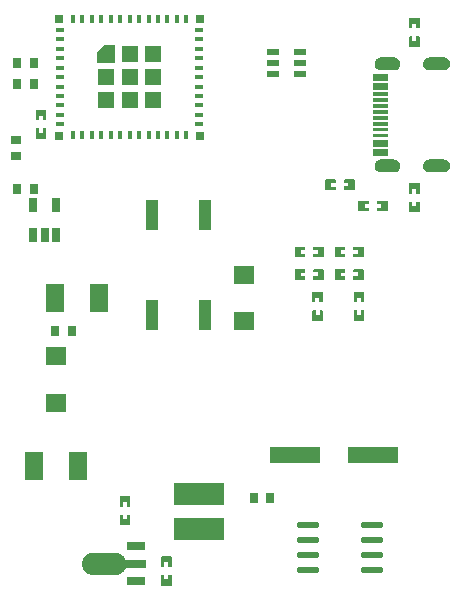
<source format=gtp>
G04 Layer: TopPasteMaskLayer*
G04 EasyEDA v6.5.50, 2025-07-26 22:56:47*
G04 19dcf52f1c7e4662a813e58eb1d4b948,5db155e37078497989a25cdeaf243bf5,10*
G04 Gerber Generator version 0.2*
G04 Scale: 100 percent, Rotated: No, Reflected: No *
G04 Dimensions in millimeters *
G04 leading zeros omitted , absolute positions ,4 integer and 5 decimal *
%FSLAX45Y45*%
%MOMM*%

%AMMACRO1*21,1,$1,$2,0,0,$3*%
%AMMACRO2*4,1,5,-0.725,0.125,-0.125,0.725,0.725,0.725,0.725,-0.725,-0.725,-0.725,-0.725,0.125,0*%
%ADD10R,4.2000X1.4000*%
%ADD11R,0.8000X0.9000*%
%ADD12R,1.6800X1.5200*%
%ADD13R,1.0720X0.5320*%
%ADD14R,4.2000X1.9500*%
%ADD15MACRO1,0.672X1.575X90.0000*%
%ADD16R,0.8000X0.4000*%
%ADD17R,0.4000X0.8000*%
%ADD18R,0.7000X0.7000*%
%ADD19MACRO2*%
%ADD20R,1.4500X1.4500*%
%ADD21O,1.950212X0.5684012*%
%ADD22MACRO1,0.6223X1.1049X0.0000*%
%ADD23MACRO1,2.376X1.5063X-90.0000*%
%ADD24MACRO1,2.376X1.5063X90.0000*%
%ADD25R,0.9000X0.8000*%
%ADD26R,1.1000X2.5000*%
%ADD27R,0.0189X2.5000*%

%LPD*%
G36*
X2730500Y4564989D02*
G01*
X2725470Y4560011D01*
X2725470Y4480001D01*
X2730500Y4474972D01*
X2810510Y4474972D01*
X2815488Y4480001D01*
X2815488Y4502810D01*
X2778506Y4502810D01*
X2778506Y4535779D01*
X2815488Y4535779D01*
X2815488Y4560011D01*
X2810510Y4564989D01*
G37*
G36*
X2889504Y4564989D02*
G01*
X2884474Y4560011D01*
X2884474Y4537202D01*
X2921508Y4537202D01*
X2921508Y4504182D01*
X2884474Y4504182D01*
X2884474Y4480001D01*
X2889504Y4474972D01*
X2969514Y4474972D01*
X2974492Y4480001D01*
X2974492Y4560011D01*
X2969514Y4564989D01*
G37*
G36*
X3169513Y4385005D02*
G01*
X3164484Y4379976D01*
X3164484Y4357217D01*
X3201517Y4357217D01*
X3201517Y4324197D01*
X3164484Y4324197D01*
X3164484Y4299966D01*
X3169513Y4294987D01*
X3249472Y4294987D01*
X3254502Y4299966D01*
X3254502Y4379976D01*
X3249472Y4385005D01*
G37*
G36*
X3010509Y4385005D02*
G01*
X3005480Y4379976D01*
X3005480Y4300016D01*
X3010509Y4294987D01*
X3090468Y4294987D01*
X3095498Y4300016D01*
X3095498Y4322775D01*
X3058515Y4322775D01*
X3058515Y4355795D01*
X3095498Y4355795D01*
X3095498Y4379976D01*
X3090468Y4385005D01*
G37*
G36*
X989990Y1725472D02*
G01*
X985012Y1720494D01*
X985012Y1640484D01*
X989990Y1635506D01*
X1070000Y1635506D01*
X1074978Y1640484D01*
X1074978Y1720494D01*
X1070000Y1725472D01*
X1047191Y1725472D01*
X1047191Y1688490D01*
X1014221Y1688490D01*
X1014221Y1725472D01*
G37*
G36*
X989990Y1884476D02*
G01*
X985012Y1879498D01*
X985012Y1799488D01*
X989990Y1794510D01*
X1012799Y1794510D01*
X1012799Y1831492D01*
X1045819Y1831492D01*
X1045819Y1794510D01*
X1070000Y1794510D01*
X1074978Y1799488D01*
X1074978Y1879498D01*
X1070000Y1884476D01*
G37*
G36*
X1340002Y1374495D02*
G01*
X1335024Y1369517D01*
X1335024Y1289507D01*
X1340002Y1284478D01*
X1362811Y1284478D01*
X1362811Y1321511D01*
X1395780Y1321511D01*
X1395780Y1284478D01*
X1420012Y1284478D01*
X1424990Y1289507D01*
X1424990Y1369517D01*
X1420012Y1374495D01*
G37*
G36*
X1340002Y1215491D02*
G01*
X1334973Y1210513D01*
X1334973Y1130503D01*
X1340002Y1125474D01*
X1420012Y1125474D01*
X1424990Y1130503D01*
X1424990Y1210513D01*
X1420012Y1215491D01*
X1397203Y1215491D01*
X1397203Y1178509D01*
X1364183Y1178509D01*
X1364183Y1215491D01*
G37*
G36*
X3439972Y4534509D02*
G01*
X3434994Y4529480D01*
X3434994Y4449470D01*
X3439972Y4444492D01*
X3462782Y4444492D01*
X3462782Y4481474D01*
X3495801Y4481474D01*
X3495801Y4444492D01*
X3519982Y4444492D01*
X3525012Y4449470D01*
X3525012Y4529480D01*
X3519982Y4534509D01*
G37*
G36*
X3439972Y4375505D02*
G01*
X3434994Y4370476D01*
X3434994Y4290466D01*
X3439972Y4285488D01*
X3519982Y4285488D01*
X3525012Y4290466D01*
X3525012Y4370476D01*
X3519982Y4375505D01*
X3497173Y4375505D01*
X3497173Y4338472D01*
X3464204Y4338472D01*
X3464204Y4375505D01*
G37*
G36*
X3439972Y5934506D02*
G01*
X3434994Y5929477D01*
X3434994Y5849467D01*
X3439972Y5844489D01*
X3462782Y5844489D01*
X3462782Y5881471D01*
X3495801Y5881471D01*
X3495801Y5844489D01*
X3519982Y5844489D01*
X3525012Y5849467D01*
X3525012Y5929477D01*
X3519982Y5934506D01*
G37*
G36*
X3439972Y5775502D02*
G01*
X3434994Y5770473D01*
X3434994Y5690463D01*
X3439972Y5685485D01*
X3519982Y5685485D01*
X3525012Y5690463D01*
X3525012Y5770473D01*
X3519982Y5775502D01*
X3497173Y5775502D01*
X3497173Y5738469D01*
X3464204Y5738469D01*
X3464204Y5775502D01*
G37*
G36*
X3131870Y5379974D02*
G01*
X3131870Y5319979D01*
X3252876Y5319979D01*
X3252876Y5379974D01*
G37*
G36*
X3131870Y5249926D02*
G01*
X3131870Y5219954D01*
X3252876Y5219954D01*
X3252876Y5249926D01*
G37*
G36*
X3131870Y5299964D02*
G01*
X3131870Y5269992D01*
X3252876Y5269992D01*
X3252876Y5299964D01*
G37*
G36*
X3131870Y5199989D02*
G01*
X3131870Y5169966D01*
X3252876Y5169966D01*
X3252876Y5199989D01*
G37*
G36*
X3131870Y4899964D02*
G01*
X3131870Y4839970D01*
X3252876Y4839970D01*
X3252876Y4899964D01*
G37*
G36*
X3131870Y4949952D02*
G01*
X3131870Y4919980D01*
X3252876Y4919980D01*
X3252876Y4949952D01*
G37*
G36*
X3131870Y5149951D02*
G01*
X3131870Y5119979D01*
X3252876Y5119979D01*
X3252876Y5149951D01*
G37*
G36*
X3131870Y4999990D02*
G01*
X3131870Y4969967D01*
X3252876Y4969967D01*
X3252876Y4999990D01*
G37*
G36*
X3131870Y4819954D02*
G01*
X3131870Y4759960D01*
X3252876Y4759960D01*
X3252876Y4819954D01*
G37*
G36*
X3131870Y5049977D02*
G01*
X3131870Y5019954D01*
X3252876Y5019954D01*
X3252876Y5049977D01*
G37*
G36*
X3131870Y5099964D02*
G01*
X3131870Y5069992D01*
X3252876Y5069992D01*
X3252876Y5099964D01*
G37*
G36*
X3131870Y5459984D02*
G01*
X3131870Y5399989D01*
X3252876Y5399989D01*
X3252876Y5459984D01*
G37*
G36*
X3197860Y4732985D02*
G01*
X3192373Y4732731D01*
X3186988Y4731918D01*
X3181654Y4730546D01*
X3176524Y4728667D01*
X3171545Y4726279D01*
X3166872Y4723434D01*
X3162503Y4720132D01*
X3158490Y4716373D01*
X3154883Y4712258D01*
X3151682Y4707839D01*
X3148939Y4703064D01*
X3146653Y4698085D01*
X3144926Y4692904D01*
X3143707Y4687519D01*
X3142996Y4682083D01*
X3142894Y4676597D01*
X3143300Y4671161D01*
X3144266Y4665726D01*
X3145739Y4660493D01*
X3147720Y4655362D01*
X3150209Y4650486D01*
X3153206Y4645863D01*
X3156610Y4641596D01*
X3160471Y4637684D01*
X3164636Y4634128D01*
X3169208Y4631029D01*
X3173984Y4628438D01*
X3179064Y4626305D01*
X3184296Y4624679D01*
X3189681Y4623612D01*
X3195116Y4623054D01*
X3307842Y4623003D01*
X3313328Y4623257D01*
X3318764Y4624070D01*
X3324098Y4625441D01*
X3329228Y4627321D01*
X3334156Y4629708D01*
X3338829Y4632553D01*
X3343198Y4635855D01*
X3347212Y4639564D01*
X3350869Y4643678D01*
X3354070Y4648149D01*
X3356813Y4652873D01*
X3359048Y4657902D01*
X3360826Y4663084D01*
X3362045Y4668418D01*
X3362706Y4673854D01*
X3362858Y4679340D01*
X3362451Y4684826D01*
X3361486Y4690211D01*
X3360013Y4695494D01*
X3357981Y4700625D01*
X3355492Y4705502D01*
X3352546Y4710074D01*
X3349091Y4714392D01*
X3345281Y4718304D01*
X3341065Y4721809D01*
X3336544Y4724908D01*
X3331718Y4727549D01*
X3326688Y4729683D01*
X3321456Y4731308D01*
X3316071Y4732375D01*
X3310585Y4732934D01*
G37*
G36*
X3197860Y5596991D02*
G01*
X3192373Y5596686D01*
X3186988Y5595874D01*
X3181654Y5594502D01*
X3176524Y5592673D01*
X3171545Y5590286D01*
X3166872Y5587390D01*
X3162503Y5584088D01*
X3158490Y5580380D01*
X3154883Y5576265D01*
X3151682Y5571794D01*
X3148939Y5567070D01*
X3146653Y5562041D01*
X3144926Y5556859D01*
X3143707Y5551525D01*
X3142996Y5546090D01*
X3142894Y5540603D01*
X3143300Y5535117D01*
X3144266Y5529732D01*
X3145739Y5524449D01*
X3147720Y5519369D01*
X3150209Y5514492D01*
X3153206Y5509869D01*
X3156610Y5505551D01*
X3160471Y5501640D01*
X3164636Y5498134D01*
X3169208Y5495036D01*
X3173984Y5492394D01*
X3179064Y5490260D01*
X3184296Y5488686D01*
X3189681Y5487568D01*
X3195116Y5487060D01*
X3307842Y5486958D01*
X3313328Y5487263D01*
X3318764Y5488076D01*
X3324098Y5489397D01*
X3329228Y5491276D01*
X3334156Y5493664D01*
X3338829Y5496509D01*
X3343198Y5499811D01*
X3347212Y5503570D01*
X3350869Y5507685D01*
X3354070Y5512104D01*
X3356813Y5516880D01*
X3359048Y5521858D01*
X3360826Y5527090D01*
X3362045Y5532424D01*
X3362706Y5537860D01*
X3362858Y5543346D01*
X3362451Y5548782D01*
X3361486Y5554218D01*
X3360013Y5559501D01*
X3357981Y5564581D01*
X3355492Y5569458D01*
X3352546Y5574080D01*
X3349091Y5578348D01*
X3345281Y5582310D01*
X3341065Y5585815D01*
X3336544Y5588914D01*
X3331718Y5591505D01*
X3326688Y5593638D01*
X3321456Y5595264D01*
X3316071Y5596331D01*
X3310585Y5596890D01*
G37*
G36*
X3607866Y4732985D02*
G01*
X3602380Y4732731D01*
X3596995Y4731918D01*
X3591661Y4730546D01*
X3586530Y4728667D01*
X3581552Y4726279D01*
X3576878Y4723434D01*
X3572510Y4720132D01*
X3568496Y4716373D01*
X3564890Y4712258D01*
X3561689Y4707839D01*
X3558946Y4703064D01*
X3556660Y4698085D01*
X3554933Y4692904D01*
X3553714Y4687519D01*
X3553002Y4682083D01*
X3552901Y4676597D01*
X3553307Y4671161D01*
X3554272Y4665726D01*
X3555746Y4660493D01*
X3557727Y4655362D01*
X3560267Y4650486D01*
X3563213Y4645863D01*
X3566617Y4641596D01*
X3570478Y4637684D01*
X3574643Y4634128D01*
X3579215Y4631029D01*
X3583990Y4628438D01*
X3589070Y4626305D01*
X3594303Y4624679D01*
X3599687Y4623612D01*
X3605123Y4623054D01*
X3727856Y4623003D01*
X3733342Y4623257D01*
X3738778Y4624070D01*
X3744061Y4625441D01*
X3749243Y4627321D01*
X3754170Y4629708D01*
X3758844Y4632553D01*
X3763213Y4635855D01*
X3767226Y4639564D01*
X3770884Y4643678D01*
X3774084Y4648149D01*
X3776827Y4652873D01*
X3779062Y4657902D01*
X3780840Y4663084D01*
X3782060Y4668418D01*
X3782720Y4673854D01*
X3782872Y4679340D01*
X3782466Y4684826D01*
X3781501Y4690211D01*
X3780028Y4695494D01*
X3777996Y4700625D01*
X3775506Y4705502D01*
X3772509Y4710074D01*
X3769106Y4714392D01*
X3765296Y4718304D01*
X3761079Y4721809D01*
X3756558Y4724908D01*
X3751732Y4727549D01*
X3746703Y4729683D01*
X3741470Y4731308D01*
X3736086Y4732375D01*
X3730599Y4732934D01*
G37*
G36*
X3607866Y5596991D02*
G01*
X3602380Y5596737D01*
X3596995Y5595924D01*
X3591661Y5594553D01*
X3586530Y5592673D01*
X3581552Y5590286D01*
X3576878Y5587441D01*
X3572510Y5584139D01*
X3568496Y5580380D01*
X3564890Y5576265D01*
X3561689Y5571845D01*
X3558946Y5567070D01*
X3556660Y5562092D01*
X3554933Y5556910D01*
X3553714Y5551525D01*
X3553002Y5546090D01*
X3552901Y5540603D01*
X3553307Y5535168D01*
X3554272Y5529732D01*
X3555746Y5524449D01*
X3557727Y5519369D01*
X3560267Y5514492D01*
X3563213Y5509869D01*
X3566617Y5505602D01*
X3570478Y5501690D01*
X3574643Y5498134D01*
X3579215Y5495036D01*
X3583990Y5492445D01*
X3589070Y5490311D01*
X3594303Y5488686D01*
X3599687Y5487619D01*
X3605123Y5487060D01*
X3727856Y5487009D01*
X3733342Y5487263D01*
X3738778Y5488076D01*
X3744061Y5489448D01*
X3749243Y5491327D01*
X3754170Y5493664D01*
X3758844Y5496560D01*
X3763213Y5499862D01*
X3767226Y5503570D01*
X3770884Y5507685D01*
X3774084Y5512155D01*
X3776827Y5516880D01*
X3779062Y5521909D01*
X3780840Y5527090D01*
X3782060Y5532424D01*
X3782720Y5537860D01*
X3782872Y5543346D01*
X3782466Y5548833D01*
X3781501Y5554218D01*
X3780028Y5559501D01*
X3777996Y5564632D01*
X3775506Y5569508D01*
X3772509Y5574080D01*
X3769106Y5578398D01*
X3765296Y5582310D01*
X3761079Y5585815D01*
X3756558Y5588914D01*
X3751732Y5591556D01*
X3746703Y5593689D01*
X3741470Y5595315D01*
X3736086Y5596382D01*
X3730599Y5596940D01*
G37*
G36*
X2620010Y3614470D02*
G01*
X2614980Y3609492D01*
X2614980Y3529482D01*
X2620010Y3524504D01*
X2642768Y3524504D01*
X2642768Y3561486D01*
X2675788Y3561486D01*
X2675788Y3524504D01*
X2700020Y3524504D01*
X2704998Y3529482D01*
X2704998Y3609492D01*
X2700020Y3614470D01*
G37*
G36*
X2620010Y3455517D02*
G01*
X2614980Y3450488D01*
X2614980Y3370478D01*
X2620010Y3365500D01*
X2699969Y3365500D01*
X2704998Y3370478D01*
X2704998Y3450488D01*
X2699969Y3455517D01*
X2677210Y3455517D01*
X2677210Y3418484D01*
X2644190Y3418484D01*
X2644190Y3455517D01*
G37*
G36*
X2629509Y3804970D02*
G01*
X2624480Y3799992D01*
X2624480Y3777183D01*
X2661513Y3777183D01*
X2661513Y3744214D01*
X2624480Y3744214D01*
X2624480Y3719982D01*
X2629509Y3715004D01*
X2709519Y3715004D01*
X2714498Y3719982D01*
X2714498Y3799992D01*
X2709519Y3804970D01*
G37*
G36*
X2470505Y3804970D02*
G01*
X2465476Y3799992D01*
X2465476Y3719982D01*
X2470505Y3715004D01*
X2550515Y3715004D01*
X2555494Y3719982D01*
X2555494Y3742791D01*
X2518511Y3742791D01*
X2518511Y3775811D01*
X2555494Y3775811D01*
X2555494Y3799992D01*
X2550515Y3804970D01*
G37*
G36*
X2970022Y3614470D02*
G01*
X2964992Y3609492D01*
X2964992Y3529482D01*
X2970022Y3524504D01*
X2992780Y3524504D01*
X2992780Y3561486D01*
X3025800Y3561486D01*
X3025800Y3524504D01*
X3049981Y3524504D01*
X3055010Y3529482D01*
X3055010Y3609492D01*
X3049981Y3614470D01*
G37*
G36*
X2969971Y3455517D02*
G01*
X2964992Y3450488D01*
X2964992Y3370478D01*
X2969971Y3365500D01*
X3049981Y3365500D01*
X3055010Y3370478D01*
X3055010Y3450488D01*
X3049981Y3455517D01*
X3027172Y3455517D01*
X3027172Y3418484D01*
X2994202Y3418484D01*
X2994202Y3455517D01*
G37*
G36*
X2969514Y3804970D02*
G01*
X2964484Y3799992D01*
X2964484Y3777183D01*
X3001518Y3777183D01*
X3001518Y3744214D01*
X2964484Y3744214D01*
X2964484Y3719982D01*
X2969514Y3715004D01*
X3049473Y3715004D01*
X3054502Y3719982D01*
X3054502Y3799992D01*
X3049473Y3804970D01*
G37*
G36*
X2810510Y3804970D02*
G01*
X2805480Y3799992D01*
X2805480Y3719982D01*
X2810510Y3715004D01*
X2890469Y3715004D01*
X2895498Y3719982D01*
X2895498Y3742791D01*
X2858516Y3742791D01*
X2858516Y3775811D01*
X2895498Y3775811D01*
X2895498Y3799992D01*
X2890469Y3804970D01*
G37*
G36*
X2470505Y3995013D02*
G01*
X2465476Y3989984D01*
X2465476Y3909974D01*
X2470505Y3904996D01*
X2550515Y3904996D01*
X2555494Y3909974D01*
X2555494Y3932783D01*
X2518511Y3932783D01*
X2518511Y3965803D01*
X2555494Y3965803D01*
X2555494Y3989984D01*
X2550515Y3995013D01*
G37*
G36*
X2629509Y3995013D02*
G01*
X2624480Y3989984D01*
X2624480Y3967175D01*
X2661513Y3967175D01*
X2661513Y3934206D01*
X2624480Y3934206D01*
X2624480Y3909974D01*
X2629509Y3904996D01*
X2709519Y3904996D01*
X2714498Y3909974D01*
X2714498Y3989984D01*
X2709519Y3995013D01*
G37*
G36*
X2969514Y3995013D02*
G01*
X2964484Y3989984D01*
X2964484Y3967175D01*
X3001518Y3967175D01*
X3001518Y3934206D01*
X2964484Y3934206D01*
X2964484Y3909974D01*
X2969514Y3904996D01*
X3049473Y3904996D01*
X3054502Y3909974D01*
X3054502Y3989984D01*
X3049473Y3995013D01*
G37*
G36*
X2810510Y3995013D02*
G01*
X2805480Y3989984D01*
X2805480Y3909974D01*
X2810510Y3904996D01*
X2890469Y3904996D01*
X2895498Y3909974D01*
X2895498Y3932783D01*
X2858516Y3932783D01*
X2858516Y3965803D01*
X2895498Y3965803D01*
X2895498Y3989984D01*
X2890469Y3995013D01*
G37*
G36*
X280009Y5154472D02*
G01*
X274980Y5149494D01*
X274980Y5069484D01*
X280009Y5064506D01*
X302818Y5064506D01*
X302818Y5101488D01*
X335788Y5101488D01*
X335788Y5064506D01*
X360019Y5064506D01*
X364998Y5069484D01*
X364998Y5149494D01*
X360019Y5154472D01*
G37*
G36*
X280009Y4995468D02*
G01*
X274980Y4990490D01*
X274980Y4910480D01*
X280009Y4905502D01*
X360019Y4905502D01*
X364998Y4910480D01*
X364998Y4990490D01*
X360019Y4995468D01*
X337210Y4995468D01*
X337210Y4958486D01*
X304190Y4958486D01*
X304190Y4995468D01*
G37*
D10*
G01*
X2473274Y2229993D03*
G01*
X3126714Y2229993D03*
D11*
G01*
X2119985Y1869998D03*
G01*
X2259990Y1869998D03*
G01*
X580009Y3280003D03*
G01*
X440004Y3280003D03*
G01*
X119989Y4480001D03*
G01*
X259994Y4480001D03*
G01*
X119989Y5369991D03*
G01*
X259994Y5369991D03*
G01*
X119989Y5550001D03*
G01*
X259969Y5550001D03*
D12*
G01*
X450011Y2673502D03*
G01*
X450011Y3066491D03*
D13*
G01*
X2514904Y5454980D03*
G01*
X2514904Y5549976D03*
G01*
X2514904Y5644972D03*
G01*
X2285085Y5644972D03*
G01*
X2285085Y5549976D03*
G01*
X2285085Y5454980D03*
D14*
G01*
X1659991Y1602486D03*
G01*
X1659991Y1897506D03*
D15*
G01*
X1125628Y1160010D03*
G01*
X1125628Y1460009D03*
G36*
X947097Y1404980D02*
G01*
X951550Y1404873D01*
X955992Y1404561D01*
X960417Y1404040D01*
X964811Y1403314D01*
X969167Y1402379D01*
X973472Y1401244D01*
X977722Y1399908D01*
X981903Y1398374D01*
X986007Y1396644D01*
X990028Y1394726D01*
X993952Y1392621D01*
X997775Y1390332D01*
X1001486Y1387868D01*
X1005078Y1385234D01*
X1008540Y1382435D01*
X1011869Y1379473D01*
X1015055Y1376362D01*
X1018092Y1373103D01*
X1020973Y1369707D01*
X1023691Y1366179D01*
X1026241Y1362527D01*
X1028616Y1358760D01*
X1030813Y1354884D01*
X1032827Y1350911D01*
X1034651Y1342981D01*
X1204384Y1342981D01*
X1204384Y1276982D01*
X1034651Y1276982D01*
X1032827Y1269047D01*
X1030813Y1265074D01*
X1028616Y1261198D01*
X1026241Y1257432D01*
X1023691Y1253779D01*
X1020973Y1250251D01*
X1018092Y1246855D01*
X1015055Y1243596D01*
X1011869Y1240485D01*
X1008540Y1237523D01*
X1005078Y1234724D01*
X1001486Y1232090D01*
X997775Y1229626D01*
X993952Y1227338D01*
X990028Y1225232D01*
X986007Y1223314D01*
X981903Y1221585D01*
X977722Y1220050D01*
X973472Y1218714D01*
X969167Y1217579D01*
X964811Y1216644D01*
X960417Y1215918D01*
X955992Y1215397D01*
X951550Y1215085D01*
X947097Y1214978D01*
X761677Y1214978D01*
X757224Y1215085D01*
X752782Y1215397D01*
X748357Y1215918D01*
X743963Y1216644D01*
X739607Y1217579D01*
X735302Y1218714D01*
X731052Y1220050D01*
X726871Y1221585D01*
X722767Y1223314D01*
X718746Y1225232D01*
X714822Y1227338D01*
X710999Y1229626D01*
X707288Y1232090D01*
X703696Y1234724D01*
X700234Y1237523D01*
X696904Y1240485D01*
X693719Y1243596D01*
X690681Y1246855D01*
X687801Y1250251D01*
X685083Y1253779D01*
X682533Y1257432D01*
X680158Y1261198D01*
X677961Y1265074D01*
X675947Y1269047D01*
X674123Y1273111D01*
X672490Y1277254D01*
X671055Y1281470D01*
X669818Y1285750D01*
X668784Y1290083D01*
X667953Y1294457D01*
X667329Y1298869D01*
X666912Y1303304D01*
X666704Y1307752D01*
X666704Y1312207D01*
X666912Y1316654D01*
X667329Y1321089D01*
X667953Y1325501D01*
X668784Y1329875D01*
X669818Y1334208D01*
X671055Y1338488D01*
X672490Y1342704D01*
X674123Y1346847D01*
X675947Y1350911D01*
X677961Y1354884D01*
X680158Y1358760D01*
X682533Y1362527D01*
X685083Y1366179D01*
X687801Y1369707D01*
X690681Y1373103D01*
X693719Y1376362D01*
X696904Y1379473D01*
X700234Y1382435D01*
X703696Y1385234D01*
X707288Y1387868D01*
X710999Y1390332D01*
X714822Y1392621D01*
X718746Y1394726D01*
X722767Y1396644D01*
X726871Y1398374D01*
X731052Y1399908D01*
X735302Y1401244D01*
X739607Y1402379D01*
X743963Y1403314D01*
X748357Y1404040D01*
X752782Y1404561D01*
X757224Y1404873D01*
X761677Y1404980D01*
G37*
D16*
G01*
X480009Y5829985D03*
G01*
X480009Y5749975D03*
G01*
X480009Y5669991D03*
G01*
X480009Y5589981D03*
G01*
X480009Y5509996D03*
G01*
X480009Y5429986D03*
G01*
X480009Y5349976D03*
G01*
X480009Y5269992D03*
G01*
X480009Y5189981D03*
G01*
X480009Y5109997D03*
G01*
X480009Y5029987D03*
D17*
G01*
X589991Y4939995D03*
G01*
X670001Y4939995D03*
G01*
X750011Y4939995D03*
G01*
X829995Y4939995D03*
G01*
X910005Y4939995D03*
G01*
X989990Y4939995D03*
G01*
X1070000Y4939995D03*
G01*
X1149985Y4939995D03*
G01*
X1229995Y4939995D03*
G01*
X1310004Y4939995D03*
G01*
X1389989Y4939995D03*
G01*
X1469999Y4939995D03*
G01*
X1550009Y4939995D03*
D16*
G01*
X1659991Y5029987D03*
G01*
X1659991Y5109997D03*
G01*
X1659991Y5189981D03*
G01*
X1659991Y5269992D03*
G01*
X1659991Y5349976D03*
G01*
X1659991Y5429986D03*
G01*
X1659991Y5509996D03*
G01*
X1659991Y5589981D03*
G01*
X1659991Y5669991D03*
G01*
X1659991Y5749975D03*
G01*
X1659991Y5829985D03*
D17*
G01*
X1550009Y5919978D03*
G01*
X1469999Y5919978D03*
G01*
X1389989Y5919978D03*
G01*
X1310004Y5919978D03*
G01*
X1229995Y5919978D03*
G01*
X1149985Y5919978D03*
G01*
X1070000Y5919978D03*
G01*
X989990Y5919978D03*
G01*
X910005Y5919978D03*
G01*
X829995Y5919978D03*
G01*
X750011Y5919978D03*
G01*
X670001Y5919978D03*
G01*
X589991Y5919978D03*
D18*
G01*
X1664995Y5924981D03*
G01*
X1664995Y4934991D03*
G01*
X475005Y4934991D03*
G01*
X475005Y5924981D03*
D19*
G01*
X872484Y5627484D03*
D20*
G01*
X1267485Y5232476D03*
G01*
X1069975Y5232476D03*
G01*
X872489Y5232476D03*
G01*
X872489Y5429986D03*
G01*
X1069975Y5627471D03*
G01*
X1267485Y5627471D03*
G01*
X1267485Y5429986D03*
G01*
X1069975Y5429986D03*
D21*
G01*
X2579497Y1640484D03*
G01*
X2579497Y1513484D03*
G01*
X2579497Y1386484D03*
G01*
X2579497Y1259484D03*
G01*
X3120516Y1640484D03*
G01*
X3120516Y1513484D03*
G01*
X3120516Y1386484D03*
G01*
X3120516Y1259484D03*
D22*
G01*
X444972Y4349993D03*
G01*
X255023Y4349993D03*
G01*
X255021Y4089989D03*
G01*
X349935Y4089989D03*
G01*
X444967Y4089991D03*
D23*
G01*
X433936Y3559992D03*
G01*
X806061Y3559992D03*
D24*
G01*
X636061Y2139995D03*
G01*
X263936Y2139995D03*
D25*
G01*
X110007Y4759985D03*
G01*
X110007Y4899990D03*
D12*
G01*
X2040000Y3756482D03*
G01*
X2040000Y3363493D03*
D26*
G01*
X1705000Y4264990D03*
G01*
X1705000Y3415004D03*
G01*
X1255013Y4264990D03*
G01*
X1255013Y3415004D03*
M02*

</source>
